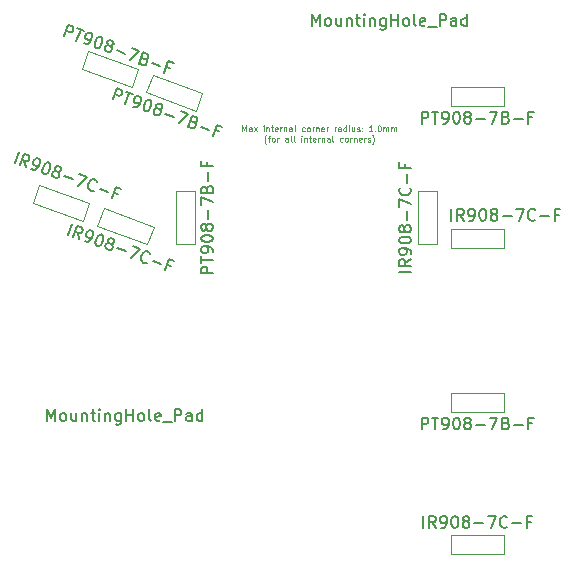
<source format=gbr>
%TF.GenerationSoftware,KiCad,Pcbnew,5.1.6-c6e7f7d~86~ubuntu18.04.1*%
%TF.CreationDate,2021-04-26T01:41:27-07:00*%
%TF.ProjectId,thumb_cluster_left,7468756d-625f-4636-9c75-737465725f6c,rev?*%
%TF.SameCoordinates,Original*%
%TF.FileFunction,Other,Fab,Top*%
%FSLAX46Y46*%
G04 Gerber Fmt 4.6, Leading zero omitted, Abs format (unit mm)*
G04 Created by KiCad (PCBNEW 5.1.6-c6e7f7d~86~ubuntu18.04.1) date 2021-04-26 01:41:27*
%MOMM*%
%LPD*%
G01*
G04 APERTURE LIST*
%ADD10C,0.125000*%
%ADD11C,0.100000*%
%ADD12C,0.150000*%
G04 APERTURE END LIST*
D10*
X151804540Y-71503220D02*
X151804540Y-71003220D01*
X151971207Y-71360363D01*
X152137873Y-71003220D01*
X152137873Y-71503220D01*
X152590254Y-71503220D02*
X152590254Y-71241315D01*
X152566445Y-71193696D01*
X152518826Y-71169887D01*
X152423588Y-71169887D01*
X152375969Y-71193696D01*
X152590254Y-71479410D02*
X152542635Y-71503220D01*
X152423588Y-71503220D01*
X152375969Y-71479410D01*
X152352159Y-71431791D01*
X152352159Y-71384172D01*
X152375969Y-71336553D01*
X152423588Y-71312744D01*
X152542635Y-71312744D01*
X152590254Y-71288934D01*
X152780730Y-71503220D02*
X153042635Y-71169887D01*
X152780730Y-71169887D02*
X153042635Y-71503220D01*
X153614064Y-71503220D02*
X153614064Y-71169887D01*
X153614064Y-71003220D02*
X153590254Y-71027030D01*
X153614064Y-71050839D01*
X153637873Y-71027030D01*
X153614064Y-71003220D01*
X153614064Y-71050839D01*
X153852159Y-71169887D02*
X153852159Y-71503220D01*
X153852159Y-71217506D02*
X153875969Y-71193696D01*
X153923588Y-71169887D01*
X153995016Y-71169887D01*
X154042635Y-71193696D01*
X154066445Y-71241315D01*
X154066445Y-71503220D01*
X154233111Y-71169887D02*
X154423588Y-71169887D01*
X154304540Y-71003220D02*
X154304540Y-71431791D01*
X154328350Y-71479410D01*
X154375969Y-71503220D01*
X154423588Y-71503220D01*
X154780730Y-71479410D02*
X154733111Y-71503220D01*
X154637873Y-71503220D01*
X154590254Y-71479410D01*
X154566445Y-71431791D01*
X154566445Y-71241315D01*
X154590254Y-71193696D01*
X154637873Y-71169887D01*
X154733111Y-71169887D01*
X154780730Y-71193696D01*
X154804540Y-71241315D01*
X154804540Y-71288934D01*
X154566445Y-71336553D01*
X155018826Y-71503220D02*
X155018826Y-71169887D01*
X155018826Y-71265125D02*
X155042635Y-71217506D01*
X155066445Y-71193696D01*
X155114064Y-71169887D01*
X155161683Y-71169887D01*
X155328350Y-71169887D02*
X155328350Y-71503220D01*
X155328350Y-71217506D02*
X155352159Y-71193696D01*
X155399778Y-71169887D01*
X155471207Y-71169887D01*
X155518826Y-71193696D01*
X155542635Y-71241315D01*
X155542635Y-71503220D01*
X155995016Y-71503220D02*
X155995016Y-71241315D01*
X155971207Y-71193696D01*
X155923588Y-71169887D01*
X155828350Y-71169887D01*
X155780730Y-71193696D01*
X155995016Y-71479410D02*
X155947397Y-71503220D01*
X155828350Y-71503220D01*
X155780730Y-71479410D01*
X155756921Y-71431791D01*
X155756921Y-71384172D01*
X155780730Y-71336553D01*
X155828350Y-71312744D01*
X155947397Y-71312744D01*
X155995016Y-71288934D01*
X156304540Y-71503220D02*
X156256921Y-71479410D01*
X156233111Y-71431791D01*
X156233111Y-71003220D01*
X157090254Y-71479410D02*
X157042635Y-71503220D01*
X156947397Y-71503220D01*
X156899778Y-71479410D01*
X156875969Y-71455601D01*
X156852159Y-71407982D01*
X156852159Y-71265125D01*
X156875969Y-71217506D01*
X156899778Y-71193696D01*
X156947397Y-71169887D01*
X157042635Y-71169887D01*
X157090254Y-71193696D01*
X157375969Y-71503220D02*
X157328350Y-71479410D01*
X157304540Y-71455601D01*
X157280730Y-71407982D01*
X157280730Y-71265125D01*
X157304540Y-71217506D01*
X157328350Y-71193696D01*
X157375969Y-71169887D01*
X157447397Y-71169887D01*
X157495016Y-71193696D01*
X157518826Y-71217506D01*
X157542635Y-71265125D01*
X157542635Y-71407982D01*
X157518826Y-71455601D01*
X157495016Y-71479410D01*
X157447397Y-71503220D01*
X157375969Y-71503220D01*
X157756921Y-71503220D02*
X157756921Y-71169887D01*
X157756921Y-71265125D02*
X157780730Y-71217506D01*
X157804540Y-71193696D01*
X157852159Y-71169887D01*
X157899778Y-71169887D01*
X158066445Y-71169887D02*
X158066445Y-71503220D01*
X158066445Y-71217506D02*
X158090254Y-71193696D01*
X158137873Y-71169887D01*
X158209302Y-71169887D01*
X158256921Y-71193696D01*
X158280730Y-71241315D01*
X158280730Y-71503220D01*
X158709302Y-71479410D02*
X158661683Y-71503220D01*
X158566445Y-71503220D01*
X158518826Y-71479410D01*
X158495016Y-71431791D01*
X158495016Y-71241315D01*
X158518826Y-71193696D01*
X158566445Y-71169887D01*
X158661683Y-71169887D01*
X158709302Y-71193696D01*
X158733111Y-71241315D01*
X158733111Y-71288934D01*
X158495016Y-71336553D01*
X158947397Y-71503220D02*
X158947397Y-71169887D01*
X158947397Y-71265125D02*
X158971207Y-71217506D01*
X158995016Y-71193696D01*
X159042635Y-71169887D01*
X159090254Y-71169887D01*
X159637873Y-71503220D02*
X159637873Y-71169887D01*
X159637873Y-71265125D02*
X159661683Y-71217506D01*
X159685492Y-71193696D01*
X159733111Y-71169887D01*
X159780730Y-71169887D01*
X160161683Y-71503220D02*
X160161683Y-71241315D01*
X160137873Y-71193696D01*
X160090254Y-71169887D01*
X159995016Y-71169887D01*
X159947397Y-71193696D01*
X160161683Y-71479410D02*
X160114064Y-71503220D01*
X159995016Y-71503220D01*
X159947397Y-71479410D01*
X159923588Y-71431791D01*
X159923588Y-71384172D01*
X159947397Y-71336553D01*
X159995016Y-71312744D01*
X160114064Y-71312744D01*
X160161683Y-71288934D01*
X160614064Y-71503220D02*
X160614064Y-71003220D01*
X160614064Y-71479410D02*
X160566445Y-71503220D01*
X160471207Y-71503220D01*
X160423588Y-71479410D01*
X160399778Y-71455601D01*
X160375969Y-71407982D01*
X160375969Y-71265125D01*
X160399778Y-71217506D01*
X160423588Y-71193696D01*
X160471207Y-71169887D01*
X160566445Y-71169887D01*
X160614064Y-71193696D01*
X160852159Y-71503220D02*
X160852159Y-71169887D01*
X160852159Y-71003220D02*
X160828350Y-71027030D01*
X160852159Y-71050839D01*
X160875969Y-71027030D01*
X160852159Y-71003220D01*
X160852159Y-71050839D01*
X161304540Y-71169887D02*
X161304540Y-71503220D01*
X161090254Y-71169887D02*
X161090254Y-71431791D01*
X161114064Y-71479410D01*
X161161683Y-71503220D01*
X161233111Y-71503220D01*
X161280730Y-71479410D01*
X161304540Y-71455601D01*
X161518826Y-71479410D02*
X161566445Y-71503220D01*
X161661683Y-71503220D01*
X161709302Y-71479410D01*
X161733111Y-71431791D01*
X161733111Y-71407982D01*
X161709302Y-71360363D01*
X161661683Y-71336553D01*
X161590254Y-71336553D01*
X161542635Y-71312744D01*
X161518826Y-71265125D01*
X161518826Y-71241315D01*
X161542635Y-71193696D01*
X161590254Y-71169887D01*
X161661683Y-71169887D01*
X161709302Y-71193696D01*
X161947397Y-71455601D02*
X161971207Y-71479410D01*
X161947397Y-71503220D01*
X161923588Y-71479410D01*
X161947397Y-71455601D01*
X161947397Y-71503220D01*
X161947397Y-71193696D02*
X161971207Y-71217506D01*
X161947397Y-71241315D01*
X161923588Y-71217506D01*
X161947397Y-71193696D01*
X161947397Y-71241315D01*
X162828350Y-71503220D02*
X162542635Y-71503220D01*
X162685492Y-71503220D02*
X162685492Y-71003220D01*
X162637873Y-71074649D01*
X162590254Y-71122268D01*
X162542635Y-71146077D01*
X163042635Y-71455601D02*
X163066445Y-71479410D01*
X163042635Y-71503220D01*
X163018826Y-71479410D01*
X163042635Y-71455601D01*
X163042635Y-71503220D01*
X163375969Y-71003220D02*
X163423588Y-71003220D01*
X163471207Y-71027030D01*
X163495016Y-71050839D01*
X163518826Y-71098458D01*
X163542635Y-71193696D01*
X163542635Y-71312744D01*
X163518826Y-71407982D01*
X163495016Y-71455601D01*
X163471207Y-71479410D01*
X163423588Y-71503220D01*
X163375969Y-71503220D01*
X163328350Y-71479410D01*
X163304540Y-71455601D01*
X163280730Y-71407982D01*
X163256921Y-71312744D01*
X163256921Y-71193696D01*
X163280730Y-71098458D01*
X163304540Y-71050839D01*
X163328350Y-71027030D01*
X163375969Y-71003220D01*
X163756921Y-71503220D02*
X163756921Y-71169887D01*
X163756921Y-71217506D02*
X163780730Y-71193696D01*
X163828350Y-71169887D01*
X163899778Y-71169887D01*
X163947397Y-71193696D01*
X163971207Y-71241315D01*
X163971207Y-71503220D01*
X163971207Y-71241315D02*
X163995016Y-71193696D01*
X164042635Y-71169887D01*
X164114064Y-71169887D01*
X164161683Y-71193696D01*
X164185492Y-71241315D01*
X164185492Y-71503220D01*
X164423588Y-71503220D02*
X164423588Y-71169887D01*
X164423588Y-71217506D02*
X164447397Y-71193696D01*
X164495016Y-71169887D01*
X164566445Y-71169887D01*
X164614064Y-71193696D01*
X164637873Y-71241315D01*
X164637873Y-71503220D01*
X164637873Y-71241315D02*
X164661683Y-71193696D01*
X164709302Y-71169887D01*
X164780730Y-71169887D01*
X164828350Y-71193696D01*
X164852159Y-71241315D01*
X164852159Y-71503220D01*
X153840254Y-72568696D02*
X153816445Y-72544887D01*
X153768826Y-72473458D01*
X153745016Y-72425839D01*
X153721207Y-72354410D01*
X153697397Y-72235363D01*
X153697397Y-72140125D01*
X153721207Y-72021077D01*
X153745016Y-71949649D01*
X153768826Y-71902030D01*
X153816445Y-71830601D01*
X153840254Y-71806791D01*
X153959302Y-72044887D02*
X154149778Y-72044887D01*
X154030730Y-72378220D02*
X154030730Y-71949649D01*
X154054540Y-71902030D01*
X154102159Y-71878220D01*
X154149778Y-71878220D01*
X154387873Y-72378220D02*
X154340254Y-72354410D01*
X154316445Y-72330601D01*
X154292635Y-72282982D01*
X154292635Y-72140125D01*
X154316445Y-72092506D01*
X154340254Y-72068696D01*
X154387873Y-72044887D01*
X154459302Y-72044887D01*
X154506921Y-72068696D01*
X154530730Y-72092506D01*
X154554540Y-72140125D01*
X154554540Y-72282982D01*
X154530730Y-72330601D01*
X154506921Y-72354410D01*
X154459302Y-72378220D01*
X154387873Y-72378220D01*
X154768826Y-72378220D02*
X154768826Y-72044887D01*
X154768826Y-72140125D02*
X154792635Y-72092506D01*
X154816445Y-72068696D01*
X154864064Y-72044887D01*
X154911683Y-72044887D01*
X155673588Y-72378220D02*
X155673588Y-72116315D01*
X155649778Y-72068696D01*
X155602159Y-72044887D01*
X155506921Y-72044887D01*
X155459302Y-72068696D01*
X155673588Y-72354410D02*
X155625969Y-72378220D01*
X155506921Y-72378220D01*
X155459302Y-72354410D01*
X155435492Y-72306791D01*
X155435492Y-72259172D01*
X155459302Y-72211553D01*
X155506921Y-72187744D01*
X155625969Y-72187744D01*
X155673588Y-72163934D01*
X155983111Y-72378220D02*
X155935492Y-72354410D01*
X155911683Y-72306791D01*
X155911683Y-71878220D01*
X156245016Y-72378220D02*
X156197397Y-72354410D01*
X156173588Y-72306791D01*
X156173588Y-71878220D01*
X156816445Y-72378220D02*
X156816445Y-72044887D01*
X156816445Y-71878220D02*
X156792635Y-71902030D01*
X156816445Y-71925839D01*
X156840254Y-71902030D01*
X156816445Y-71878220D01*
X156816445Y-71925839D01*
X157054540Y-72044887D02*
X157054540Y-72378220D01*
X157054540Y-72092506D02*
X157078350Y-72068696D01*
X157125969Y-72044887D01*
X157197397Y-72044887D01*
X157245016Y-72068696D01*
X157268826Y-72116315D01*
X157268826Y-72378220D01*
X157435492Y-72044887D02*
X157625969Y-72044887D01*
X157506921Y-71878220D02*
X157506921Y-72306791D01*
X157530730Y-72354410D01*
X157578350Y-72378220D01*
X157625969Y-72378220D01*
X157983111Y-72354410D02*
X157935492Y-72378220D01*
X157840254Y-72378220D01*
X157792635Y-72354410D01*
X157768826Y-72306791D01*
X157768826Y-72116315D01*
X157792635Y-72068696D01*
X157840254Y-72044887D01*
X157935492Y-72044887D01*
X157983111Y-72068696D01*
X158006921Y-72116315D01*
X158006921Y-72163934D01*
X157768826Y-72211553D01*
X158221207Y-72378220D02*
X158221207Y-72044887D01*
X158221207Y-72140125D02*
X158245016Y-72092506D01*
X158268826Y-72068696D01*
X158316445Y-72044887D01*
X158364064Y-72044887D01*
X158530730Y-72044887D02*
X158530730Y-72378220D01*
X158530730Y-72092506D02*
X158554540Y-72068696D01*
X158602159Y-72044887D01*
X158673588Y-72044887D01*
X158721207Y-72068696D01*
X158745016Y-72116315D01*
X158745016Y-72378220D01*
X159197397Y-72378220D02*
X159197397Y-72116315D01*
X159173588Y-72068696D01*
X159125969Y-72044887D01*
X159030730Y-72044887D01*
X158983111Y-72068696D01*
X159197397Y-72354410D02*
X159149778Y-72378220D01*
X159030730Y-72378220D01*
X158983111Y-72354410D01*
X158959302Y-72306791D01*
X158959302Y-72259172D01*
X158983111Y-72211553D01*
X159030730Y-72187744D01*
X159149778Y-72187744D01*
X159197397Y-72163934D01*
X159506921Y-72378220D02*
X159459302Y-72354410D01*
X159435492Y-72306791D01*
X159435492Y-71878220D01*
X160292635Y-72354410D02*
X160245016Y-72378220D01*
X160149778Y-72378220D01*
X160102159Y-72354410D01*
X160078350Y-72330601D01*
X160054540Y-72282982D01*
X160054540Y-72140125D01*
X160078350Y-72092506D01*
X160102159Y-72068696D01*
X160149778Y-72044887D01*
X160245016Y-72044887D01*
X160292635Y-72068696D01*
X160578350Y-72378220D02*
X160530730Y-72354410D01*
X160506921Y-72330601D01*
X160483111Y-72282982D01*
X160483111Y-72140125D01*
X160506921Y-72092506D01*
X160530730Y-72068696D01*
X160578350Y-72044887D01*
X160649778Y-72044887D01*
X160697397Y-72068696D01*
X160721207Y-72092506D01*
X160745016Y-72140125D01*
X160745016Y-72282982D01*
X160721207Y-72330601D01*
X160697397Y-72354410D01*
X160649778Y-72378220D01*
X160578350Y-72378220D01*
X160959302Y-72378220D02*
X160959302Y-72044887D01*
X160959302Y-72140125D02*
X160983111Y-72092506D01*
X161006921Y-72068696D01*
X161054540Y-72044887D01*
X161102159Y-72044887D01*
X161268826Y-72044887D02*
X161268826Y-72378220D01*
X161268826Y-72092506D02*
X161292635Y-72068696D01*
X161340254Y-72044887D01*
X161411683Y-72044887D01*
X161459302Y-72068696D01*
X161483111Y-72116315D01*
X161483111Y-72378220D01*
X161911683Y-72354410D02*
X161864064Y-72378220D01*
X161768826Y-72378220D01*
X161721207Y-72354410D01*
X161697397Y-72306791D01*
X161697397Y-72116315D01*
X161721207Y-72068696D01*
X161768826Y-72044887D01*
X161864064Y-72044887D01*
X161911683Y-72068696D01*
X161935492Y-72116315D01*
X161935492Y-72163934D01*
X161697397Y-72211553D01*
X162149778Y-72378220D02*
X162149778Y-72044887D01*
X162149778Y-72140125D02*
X162173588Y-72092506D01*
X162197397Y-72068696D01*
X162245016Y-72044887D01*
X162292635Y-72044887D01*
X162435492Y-72354410D02*
X162483111Y-72378220D01*
X162578350Y-72378220D01*
X162625969Y-72354410D01*
X162649778Y-72306791D01*
X162649778Y-72282982D01*
X162625969Y-72235363D01*
X162578350Y-72211553D01*
X162506921Y-72211553D01*
X162459302Y-72187744D01*
X162435492Y-72140125D01*
X162435492Y-72116315D01*
X162459302Y-72068696D01*
X162506921Y-72044887D01*
X162578350Y-72044887D01*
X162625969Y-72068696D01*
X162816445Y-72568696D02*
X162840254Y-72544887D01*
X162887873Y-72473458D01*
X162911683Y-72425839D01*
X162935492Y-72354410D01*
X162959302Y-72235363D01*
X162959302Y-72140125D01*
X162935492Y-72021077D01*
X162911683Y-71949649D01*
X162887873Y-71902030D01*
X162840254Y-71830601D01*
X162816445Y-71806791D01*
D11*
%TO.C,IR4*%
X139540187Y-79527487D02*
X143768804Y-81066578D01*
X140087419Y-78023979D02*
X139540187Y-79527487D01*
X144316036Y-79563070D02*
X140087419Y-78023979D01*
X143768804Y-81066578D02*
X144316036Y-79563070D01*
%TO.C,PT4*%
X148437380Y-68239775D02*
X144208763Y-66700684D01*
X147890148Y-69743283D02*
X148437380Y-68239775D01*
X143661531Y-68204192D02*
X147890148Y-69743283D01*
X144208763Y-66700684D02*
X143661531Y-68204192D01*
%TO.C,PT5*%
X142987161Y-66256057D02*
X138758544Y-64716966D01*
X142439929Y-67759565D02*
X142987161Y-66256057D01*
X138211312Y-66220474D02*
X142439929Y-67759565D01*
X138758544Y-64716966D02*
X138211312Y-66220474D01*
%TO.C,IR5*%
X134089970Y-77543772D02*
X138318587Y-79082863D01*
X134637202Y-76040264D02*
X134089970Y-77543772D01*
X138865819Y-77579355D02*
X134637202Y-76040264D01*
X138318587Y-79082863D02*
X138865819Y-77579355D01*
%TO.C,PT1*%
X173949999Y-93622918D02*
X169449999Y-93622918D01*
X173949999Y-95222918D02*
X173949999Y-93622918D01*
X169449999Y-95222918D02*
X173949999Y-95222918D01*
X169449999Y-93622918D02*
X169449999Y-95222918D01*
%TO.C,IR2*%
X169449999Y-81374999D02*
X173949999Y-81374999D01*
X169449999Y-79774999D02*
X169449999Y-81374999D01*
X173949999Y-79774999D02*
X169449999Y-79774999D01*
X173949999Y-81374999D02*
X173949999Y-79774999D01*
%TO.C,PT3*%
X146200000Y-76550000D02*
X146200000Y-81050000D01*
X147800000Y-76550000D02*
X146200000Y-76550000D01*
X147800000Y-81050000D02*
X147800000Y-76550000D01*
X146200000Y-81050000D02*
X147800000Y-81050000D01*
%TO.C,IR3*%
X168299999Y-81050000D02*
X168299999Y-76550000D01*
X166699999Y-81050000D02*
X168299999Y-81050000D01*
X166699999Y-76550000D02*
X166699999Y-81050000D01*
X168299999Y-76550000D02*
X166699999Y-76550000D01*
%TO.C,IR1*%
X169449999Y-107272918D02*
X173949999Y-107272918D01*
X169449999Y-105672918D02*
X169449999Y-107272918D01*
X173949999Y-105672918D02*
X169449999Y-105672918D01*
X173949999Y-107272918D02*
X173949999Y-105672918D01*
%TO.C,PT2*%
X173949998Y-67724999D02*
X169449998Y-67724999D01*
X173949998Y-69324999D02*
X173949998Y-67724999D01*
X169449998Y-69324999D02*
X173949998Y-69324999D01*
X169449998Y-67724999D02*
X169449998Y-69324999D01*
%TD*%
%TO.C,H2*%
D12*
X157697443Y-62564501D02*
X157697443Y-61564501D01*
X158030776Y-62278787D01*
X158364110Y-61564501D01*
X158364110Y-62564501D01*
X158983157Y-62564501D02*
X158887919Y-62516882D01*
X158840300Y-62469263D01*
X158792681Y-62374025D01*
X158792681Y-62088311D01*
X158840300Y-61993073D01*
X158887919Y-61945454D01*
X158983157Y-61897835D01*
X159126014Y-61897835D01*
X159221252Y-61945454D01*
X159268872Y-61993073D01*
X159316491Y-62088311D01*
X159316491Y-62374025D01*
X159268872Y-62469263D01*
X159221252Y-62516882D01*
X159126014Y-62564501D01*
X158983157Y-62564501D01*
X160173633Y-61897835D02*
X160173633Y-62564501D01*
X159745062Y-61897835D02*
X159745062Y-62421644D01*
X159792681Y-62516882D01*
X159887919Y-62564501D01*
X160030776Y-62564501D01*
X160126014Y-62516882D01*
X160173633Y-62469263D01*
X160649824Y-61897835D02*
X160649824Y-62564501D01*
X160649824Y-61993073D02*
X160697443Y-61945454D01*
X160792681Y-61897835D01*
X160935538Y-61897835D01*
X161030776Y-61945454D01*
X161078395Y-62040692D01*
X161078395Y-62564501D01*
X161411729Y-61897835D02*
X161792681Y-61897835D01*
X161554586Y-61564501D02*
X161554586Y-62421644D01*
X161602205Y-62516882D01*
X161697443Y-62564501D01*
X161792681Y-62564501D01*
X162126014Y-62564501D02*
X162126014Y-61897835D01*
X162126014Y-61564501D02*
X162078395Y-61612121D01*
X162126014Y-61659740D01*
X162173633Y-61612121D01*
X162126014Y-61564501D01*
X162126014Y-61659740D01*
X162602205Y-61897835D02*
X162602205Y-62564501D01*
X162602205Y-61993073D02*
X162649824Y-61945454D01*
X162745062Y-61897835D01*
X162887919Y-61897835D01*
X162983157Y-61945454D01*
X163030776Y-62040692D01*
X163030776Y-62564501D01*
X163935538Y-61897835D02*
X163935538Y-62707359D01*
X163887919Y-62802597D01*
X163840300Y-62850216D01*
X163745062Y-62897835D01*
X163602205Y-62897835D01*
X163506967Y-62850216D01*
X163935538Y-62516882D02*
X163840300Y-62564501D01*
X163649824Y-62564501D01*
X163554586Y-62516882D01*
X163506967Y-62469263D01*
X163459348Y-62374025D01*
X163459348Y-62088311D01*
X163506967Y-61993073D01*
X163554586Y-61945454D01*
X163649824Y-61897835D01*
X163840300Y-61897835D01*
X163935538Y-61945454D01*
X164411729Y-62564501D02*
X164411729Y-61564501D01*
X164411729Y-62040692D02*
X164983157Y-62040692D01*
X164983157Y-62564501D02*
X164983157Y-61564501D01*
X165602205Y-62564501D02*
X165506967Y-62516882D01*
X165459348Y-62469263D01*
X165411729Y-62374025D01*
X165411729Y-62088311D01*
X165459348Y-61993073D01*
X165506967Y-61945454D01*
X165602205Y-61897835D01*
X165745062Y-61897835D01*
X165840300Y-61945454D01*
X165887919Y-61993073D01*
X165935538Y-62088311D01*
X165935538Y-62374025D01*
X165887919Y-62469263D01*
X165840300Y-62516882D01*
X165745062Y-62564501D01*
X165602205Y-62564501D01*
X166506967Y-62564501D02*
X166411729Y-62516882D01*
X166364110Y-62421644D01*
X166364110Y-61564501D01*
X167268872Y-62516882D02*
X167173633Y-62564501D01*
X166983157Y-62564501D01*
X166887919Y-62516882D01*
X166840300Y-62421644D01*
X166840300Y-62040692D01*
X166887919Y-61945454D01*
X166983157Y-61897835D01*
X167173633Y-61897835D01*
X167268872Y-61945454D01*
X167316491Y-62040692D01*
X167316491Y-62135930D01*
X166840300Y-62231168D01*
X167506967Y-62659740D02*
X168268872Y-62659740D01*
X168506967Y-62564501D02*
X168506967Y-61564501D01*
X168887919Y-61564501D01*
X168983157Y-61612121D01*
X169030776Y-61659740D01*
X169078395Y-61754978D01*
X169078395Y-61897835D01*
X169030776Y-61993073D01*
X168983157Y-62040692D01*
X168887919Y-62088311D01*
X168506967Y-62088311D01*
X169935538Y-62564501D02*
X169935538Y-62040692D01*
X169887919Y-61945454D01*
X169792681Y-61897835D01*
X169602205Y-61897835D01*
X169506967Y-61945454D01*
X169935538Y-62516882D02*
X169840300Y-62564501D01*
X169602205Y-62564501D01*
X169506967Y-62516882D01*
X169459348Y-62421644D01*
X169459348Y-62326406D01*
X169506967Y-62231168D01*
X169602205Y-62183549D01*
X169840300Y-62183549D01*
X169935538Y-62135930D01*
X170840300Y-62564501D02*
X170840300Y-61564501D01*
X170840300Y-62516882D02*
X170745062Y-62564501D01*
X170554586Y-62564501D01*
X170459348Y-62516882D01*
X170411729Y-62469263D01*
X170364110Y-62374025D01*
X170364110Y-62088311D01*
X170411729Y-61993073D01*
X170459348Y-61945454D01*
X170554586Y-61897835D01*
X170745062Y-61897835D01*
X170840300Y-61945454D01*
%TO.C,H1*%
X135273726Y-96018458D02*
X135273726Y-95018458D01*
X135607059Y-95732744D01*
X135940393Y-95018458D01*
X135940393Y-96018458D01*
X136559440Y-96018458D02*
X136464202Y-95970839D01*
X136416583Y-95923220D01*
X136368964Y-95827982D01*
X136368964Y-95542268D01*
X136416583Y-95447030D01*
X136464202Y-95399411D01*
X136559440Y-95351792D01*
X136702297Y-95351792D01*
X136797535Y-95399411D01*
X136845155Y-95447030D01*
X136892774Y-95542268D01*
X136892774Y-95827982D01*
X136845155Y-95923220D01*
X136797535Y-95970839D01*
X136702297Y-96018458D01*
X136559440Y-96018458D01*
X137749916Y-95351792D02*
X137749916Y-96018458D01*
X137321345Y-95351792D02*
X137321345Y-95875601D01*
X137368964Y-95970839D01*
X137464202Y-96018458D01*
X137607059Y-96018458D01*
X137702297Y-95970839D01*
X137749916Y-95923220D01*
X138226107Y-95351792D02*
X138226107Y-96018458D01*
X138226107Y-95447030D02*
X138273726Y-95399411D01*
X138368964Y-95351792D01*
X138511821Y-95351792D01*
X138607059Y-95399411D01*
X138654678Y-95494649D01*
X138654678Y-96018458D01*
X138988012Y-95351792D02*
X139368964Y-95351792D01*
X139130869Y-95018458D02*
X139130869Y-95875601D01*
X139178488Y-95970839D01*
X139273726Y-96018458D01*
X139368964Y-96018458D01*
X139702297Y-96018458D02*
X139702297Y-95351792D01*
X139702297Y-95018458D02*
X139654678Y-95066078D01*
X139702297Y-95113697D01*
X139749916Y-95066078D01*
X139702297Y-95018458D01*
X139702297Y-95113697D01*
X140178488Y-95351792D02*
X140178488Y-96018458D01*
X140178488Y-95447030D02*
X140226107Y-95399411D01*
X140321345Y-95351792D01*
X140464202Y-95351792D01*
X140559440Y-95399411D01*
X140607059Y-95494649D01*
X140607059Y-96018458D01*
X141511821Y-95351792D02*
X141511821Y-96161316D01*
X141464202Y-96256554D01*
X141416583Y-96304173D01*
X141321345Y-96351792D01*
X141178488Y-96351792D01*
X141083250Y-96304173D01*
X141511821Y-95970839D02*
X141416583Y-96018458D01*
X141226107Y-96018458D01*
X141130869Y-95970839D01*
X141083250Y-95923220D01*
X141035631Y-95827982D01*
X141035631Y-95542268D01*
X141083250Y-95447030D01*
X141130869Y-95399411D01*
X141226107Y-95351792D01*
X141416583Y-95351792D01*
X141511821Y-95399411D01*
X141988012Y-96018458D02*
X141988012Y-95018458D01*
X141988012Y-95494649D02*
X142559440Y-95494649D01*
X142559440Y-96018458D02*
X142559440Y-95018458D01*
X143178488Y-96018458D02*
X143083250Y-95970839D01*
X143035631Y-95923220D01*
X142988012Y-95827982D01*
X142988012Y-95542268D01*
X143035631Y-95447030D01*
X143083250Y-95399411D01*
X143178488Y-95351792D01*
X143321345Y-95351792D01*
X143416583Y-95399411D01*
X143464202Y-95447030D01*
X143511821Y-95542268D01*
X143511821Y-95827982D01*
X143464202Y-95923220D01*
X143416583Y-95970839D01*
X143321345Y-96018458D01*
X143178488Y-96018458D01*
X144083250Y-96018458D02*
X143988012Y-95970839D01*
X143940393Y-95875601D01*
X143940393Y-95018458D01*
X144845155Y-95970839D02*
X144749916Y-96018458D01*
X144559440Y-96018458D01*
X144464202Y-95970839D01*
X144416583Y-95875601D01*
X144416583Y-95494649D01*
X144464202Y-95399411D01*
X144559440Y-95351792D01*
X144749916Y-95351792D01*
X144845155Y-95399411D01*
X144892774Y-95494649D01*
X144892774Y-95589887D01*
X144416583Y-95685125D01*
X145083250Y-96113697D02*
X145845155Y-96113697D01*
X146083250Y-96018458D02*
X146083250Y-95018458D01*
X146464202Y-95018458D01*
X146559440Y-95066078D01*
X146607059Y-95113697D01*
X146654678Y-95208935D01*
X146654678Y-95351792D01*
X146607059Y-95447030D01*
X146559440Y-95494649D01*
X146464202Y-95542268D01*
X146083250Y-95542268D01*
X147511821Y-96018458D02*
X147511821Y-95494649D01*
X147464202Y-95399411D01*
X147368964Y-95351792D01*
X147178488Y-95351792D01*
X147083250Y-95399411D01*
X147511821Y-95970839D02*
X147416583Y-96018458D01*
X147178488Y-96018458D01*
X147083250Y-95970839D01*
X147035631Y-95875601D01*
X147035631Y-95780363D01*
X147083250Y-95685125D01*
X147178488Y-95637506D01*
X147416583Y-95637506D01*
X147511821Y-95589887D01*
X148416583Y-96018458D02*
X148416583Y-95018458D01*
X148416583Y-95970839D02*
X148321345Y-96018458D01*
X148130869Y-96018458D01*
X148035631Y-95970839D01*
X147988012Y-95923220D01*
X147940393Y-95827982D01*
X147940393Y-95542268D01*
X147988012Y-95447030D01*
X148035631Y-95399411D01*
X148130869Y-95351792D01*
X148321345Y-95351792D01*
X148416583Y-95399411D01*
%TO.C,IR4*%
X137027887Y-80276108D02*
X137369908Y-79336415D01*
X138012327Y-80634415D02*
X137861963Y-80072935D01*
X137475360Y-80438975D02*
X137817380Y-79499282D01*
X138175358Y-79629575D01*
X138248566Y-79706896D01*
X138277027Y-79767930D01*
X138289201Y-79873711D01*
X138240341Y-80007953D01*
X138163020Y-80081161D01*
X138101986Y-80109621D01*
X137996205Y-80121795D01*
X137638227Y-79991502D01*
X138459800Y-80797281D02*
X138638789Y-80862428D01*
X138744570Y-80850254D01*
X138805604Y-80821794D01*
X138943959Y-80720125D01*
X139053853Y-80557423D01*
X139184146Y-80199445D01*
X139171972Y-80093663D01*
X139143512Y-80032629D01*
X139070304Y-79955309D01*
X138891315Y-79890162D01*
X138785533Y-79902336D01*
X138724500Y-79930797D01*
X138647179Y-80004005D01*
X138565746Y-80227741D01*
X138577919Y-80333522D01*
X138606380Y-80394556D01*
X138679588Y-80471877D01*
X138858577Y-80537023D01*
X138964358Y-80524849D01*
X139025392Y-80496389D01*
X139102713Y-80423181D01*
X139831007Y-80232182D02*
X139920502Y-80264756D01*
X139993710Y-80342076D01*
X140022170Y-80403110D01*
X140034344Y-80508891D01*
X140013945Y-80704167D01*
X139932511Y-80927904D01*
X139822617Y-81090606D01*
X139745297Y-81163814D01*
X139684263Y-81192274D01*
X139578482Y-81204448D01*
X139488987Y-81171875D01*
X139415779Y-81094554D01*
X139387319Y-81033520D01*
X139375145Y-80927739D01*
X139395544Y-80732463D01*
X139476978Y-80508727D01*
X139586872Y-80346025D01*
X139664192Y-80272817D01*
X139725226Y-80244356D01*
X139831007Y-80232182D01*
X140534625Y-80944355D02*
X140461417Y-80867034D01*
X140432957Y-80806000D01*
X140420783Y-80700219D01*
X140437070Y-80655471D01*
X140514390Y-80582264D01*
X140575424Y-80553803D01*
X140681205Y-80541629D01*
X140860194Y-80606776D01*
X140933402Y-80684096D01*
X140961863Y-80745130D01*
X140974037Y-80850912D01*
X140957750Y-80895659D01*
X140880430Y-80968867D01*
X140819396Y-80997327D01*
X140713614Y-81009501D01*
X140534625Y-80944355D01*
X140428844Y-80956528D01*
X140367810Y-80984989D01*
X140290490Y-81058197D01*
X140225343Y-81237186D01*
X140237517Y-81342967D01*
X140265977Y-81404001D01*
X140339185Y-81481322D01*
X140518174Y-81546468D01*
X140623955Y-81534294D01*
X140684989Y-81505834D01*
X140762310Y-81432626D01*
X140827457Y-81253637D01*
X140815283Y-81147856D01*
X140786822Y-81086822D01*
X140713614Y-81009501D01*
X141230182Y-81400217D02*
X141946138Y-81660804D01*
X142515843Y-81209383D02*
X143142305Y-81437396D01*
X142397560Y-82230509D01*
X143727804Y-82613328D02*
X143666770Y-82641788D01*
X143516241Y-82637676D01*
X143426747Y-82605102D01*
X143308792Y-82511495D01*
X143251870Y-82389427D01*
X143239696Y-82283646D01*
X143260096Y-82088370D01*
X143308956Y-81954128D01*
X143418850Y-81791426D01*
X143496170Y-81718218D01*
X143618238Y-81661297D01*
X143768767Y-81665410D01*
X143858261Y-81697983D01*
X143976216Y-81791590D01*
X144004677Y-81852624D01*
X144228249Y-82491424D02*
X144944205Y-82752011D01*
X145753769Y-82894643D02*
X145440538Y-82780636D01*
X145261385Y-83272856D02*
X145603405Y-82333163D01*
X146050877Y-82496030D01*
%TO.C,PT4*%
X140828595Y-68782530D02*
X141170615Y-67842837D01*
X141528593Y-67973131D01*
X141601801Y-68050451D01*
X141630261Y-68111485D01*
X141642435Y-68217266D01*
X141593575Y-68351508D01*
X141516255Y-68424716D01*
X141455221Y-68453177D01*
X141349439Y-68465351D01*
X140991461Y-68335057D01*
X141976066Y-68135997D02*
X142513033Y-68331437D01*
X141902529Y-69173410D02*
X142244549Y-68233717D01*
X142528991Y-69401423D02*
X142707980Y-69466570D01*
X142813761Y-69454396D01*
X142874795Y-69425936D01*
X143013150Y-69324267D01*
X143123044Y-69161565D01*
X143253337Y-68803587D01*
X143241163Y-68697805D01*
X143212702Y-68636771D01*
X143139495Y-68559451D01*
X142960505Y-68494304D01*
X142854724Y-68506478D01*
X142793690Y-68534939D01*
X142716370Y-68608147D01*
X142634936Y-68831883D01*
X142647110Y-68937664D01*
X142675571Y-68998698D01*
X142748779Y-69076019D01*
X142927768Y-69141165D01*
X143033549Y-69128991D01*
X143094583Y-69100531D01*
X143171904Y-69027323D01*
X143900198Y-68836324D02*
X143989693Y-68868898D01*
X144062900Y-68946218D01*
X144091361Y-69007252D01*
X144103535Y-69113033D01*
X144083136Y-69308309D01*
X144001702Y-69532046D01*
X143891808Y-69694748D01*
X143814488Y-69767956D01*
X143753454Y-69796416D01*
X143647672Y-69808590D01*
X143558178Y-69776017D01*
X143484970Y-69698696D01*
X143456509Y-69637662D01*
X143444336Y-69531881D01*
X143464735Y-69336605D01*
X143546168Y-69112869D01*
X143656062Y-68950167D01*
X143733383Y-68876959D01*
X143794417Y-68848498D01*
X143900198Y-68836324D01*
X144603816Y-69548497D02*
X144530608Y-69471176D01*
X144502148Y-69410142D01*
X144489974Y-69304361D01*
X144506260Y-69259614D01*
X144583581Y-69186406D01*
X144644615Y-69157945D01*
X144750396Y-69145771D01*
X144929385Y-69210918D01*
X145002593Y-69288238D01*
X145031054Y-69349272D01*
X145043228Y-69455054D01*
X145026941Y-69499801D01*
X144949620Y-69573009D01*
X144888586Y-69601469D01*
X144782805Y-69613643D01*
X144603816Y-69548497D01*
X144498035Y-69560670D01*
X144437001Y-69589131D01*
X144359680Y-69662339D01*
X144294534Y-69841328D01*
X144306708Y-69947109D01*
X144335168Y-70008143D01*
X144408376Y-70085464D01*
X144587365Y-70150610D01*
X144693146Y-70138437D01*
X144754180Y-70109976D01*
X144831501Y-70036768D01*
X144896648Y-69857779D01*
X144884474Y-69751998D01*
X144856013Y-69690964D01*
X144782805Y-69613643D01*
X145299373Y-70004359D02*
X146015329Y-70264946D01*
X146585034Y-69813525D02*
X147211496Y-70041538D01*
X146466750Y-70834651D01*
X147719838Y-70733311D02*
X147837793Y-70826918D01*
X147866254Y-70887952D01*
X147878428Y-70993733D01*
X147829568Y-71127975D01*
X147752247Y-71201183D01*
X147691213Y-71229644D01*
X147585432Y-71241818D01*
X147227454Y-71111524D01*
X147569474Y-70171832D01*
X147882705Y-70285838D01*
X147955913Y-70363159D01*
X147984373Y-70424193D01*
X147996547Y-70529974D01*
X147963974Y-70619469D01*
X147886653Y-70692676D01*
X147825619Y-70721137D01*
X147719838Y-70733311D01*
X147406607Y-70619304D01*
X148297440Y-71095566D02*
X149013396Y-71356153D01*
X149822960Y-71498785D02*
X149509729Y-71384778D01*
X149330575Y-71876998D02*
X149672596Y-70937305D01*
X150120068Y-71100172D01*
%TO.C,PT5*%
X136693646Y-63427249D02*
X137035666Y-62487556D01*
X137393644Y-62617850D01*
X137466852Y-62695170D01*
X137495312Y-62756204D01*
X137507486Y-62861985D01*
X137458626Y-62996227D01*
X137381306Y-63069435D01*
X137320272Y-63097896D01*
X137214490Y-63110070D01*
X136856512Y-62979776D01*
X137841117Y-62780716D02*
X138378084Y-62976156D01*
X137767580Y-63818129D02*
X138109600Y-62878436D01*
X138394042Y-64046142D02*
X138573031Y-64111289D01*
X138678812Y-64099115D01*
X138739846Y-64070655D01*
X138878201Y-63968986D01*
X138988095Y-63806284D01*
X139118388Y-63448306D01*
X139106214Y-63342524D01*
X139077753Y-63281490D01*
X139004546Y-63204170D01*
X138825556Y-63139023D01*
X138719775Y-63151197D01*
X138658741Y-63179658D01*
X138581421Y-63252866D01*
X138499987Y-63476602D01*
X138512161Y-63582383D01*
X138540622Y-63643417D01*
X138613830Y-63720738D01*
X138792819Y-63785884D01*
X138898600Y-63773710D01*
X138959634Y-63745250D01*
X139036955Y-63672042D01*
X139765249Y-63481043D02*
X139854744Y-63513617D01*
X139927951Y-63590937D01*
X139956412Y-63651971D01*
X139968586Y-63757752D01*
X139948187Y-63953028D01*
X139866753Y-64176765D01*
X139756859Y-64339467D01*
X139679539Y-64412675D01*
X139618505Y-64441135D01*
X139512723Y-64453309D01*
X139423229Y-64420736D01*
X139350021Y-64343415D01*
X139321560Y-64282381D01*
X139309387Y-64176600D01*
X139329786Y-63981324D01*
X139411219Y-63757588D01*
X139521113Y-63594886D01*
X139598434Y-63521678D01*
X139659468Y-63493217D01*
X139765249Y-63481043D01*
X140468867Y-64193216D02*
X140395659Y-64115895D01*
X140367199Y-64054861D01*
X140355025Y-63949080D01*
X140371311Y-63904333D01*
X140448632Y-63831125D01*
X140509666Y-63802664D01*
X140615447Y-63790490D01*
X140794436Y-63855637D01*
X140867644Y-63932957D01*
X140896105Y-63993991D01*
X140908279Y-64099773D01*
X140891992Y-64144520D01*
X140814671Y-64217728D01*
X140753637Y-64246188D01*
X140647856Y-64258362D01*
X140468867Y-64193216D01*
X140363086Y-64205389D01*
X140302052Y-64233850D01*
X140224731Y-64307058D01*
X140159585Y-64486047D01*
X140171759Y-64591828D01*
X140200219Y-64652862D01*
X140273427Y-64730183D01*
X140452416Y-64795329D01*
X140558197Y-64783156D01*
X140619231Y-64754695D01*
X140696552Y-64681487D01*
X140761699Y-64502498D01*
X140749525Y-64396717D01*
X140721064Y-64335683D01*
X140647856Y-64258362D01*
X141164424Y-64649078D02*
X141880380Y-64909665D01*
X142450085Y-64458244D02*
X143076547Y-64686257D01*
X142331801Y-65479370D01*
X143584889Y-65378030D02*
X143702844Y-65471637D01*
X143731305Y-65532671D01*
X143743479Y-65638452D01*
X143694619Y-65772694D01*
X143617298Y-65845902D01*
X143556264Y-65874363D01*
X143450483Y-65886537D01*
X143092505Y-65756243D01*
X143434525Y-64816551D01*
X143747756Y-64930557D01*
X143820964Y-65007878D01*
X143849424Y-65068912D01*
X143861598Y-65174693D01*
X143829025Y-65264188D01*
X143751704Y-65337395D01*
X143690670Y-65365856D01*
X143584889Y-65378030D01*
X143271658Y-65264023D01*
X144162491Y-65740285D02*
X144878447Y-66000872D01*
X145688011Y-66143504D02*
X145374780Y-66029497D01*
X145195626Y-66521717D02*
X145537647Y-65582024D01*
X145985119Y-65744891D01*
%TO.C,IR5*%
X132527887Y-74176108D02*
X132869908Y-73236415D01*
X133512327Y-74534415D02*
X133361963Y-73972935D01*
X132975360Y-74338975D02*
X133317380Y-73399282D01*
X133675358Y-73529575D01*
X133748566Y-73606896D01*
X133777027Y-73667930D01*
X133789201Y-73773711D01*
X133740341Y-73907953D01*
X133663020Y-73981161D01*
X133601986Y-74009621D01*
X133496205Y-74021795D01*
X133138227Y-73891502D01*
X133959800Y-74697281D02*
X134138789Y-74762428D01*
X134244570Y-74750254D01*
X134305604Y-74721794D01*
X134443959Y-74620125D01*
X134553853Y-74457423D01*
X134684146Y-74099445D01*
X134671972Y-73993663D01*
X134643512Y-73932629D01*
X134570304Y-73855309D01*
X134391315Y-73790162D01*
X134285533Y-73802336D01*
X134224500Y-73830797D01*
X134147179Y-73904005D01*
X134065746Y-74127741D01*
X134077919Y-74233522D01*
X134106380Y-74294556D01*
X134179588Y-74371877D01*
X134358577Y-74437023D01*
X134464358Y-74424849D01*
X134525392Y-74396389D01*
X134602713Y-74323181D01*
X135331007Y-74132182D02*
X135420502Y-74164756D01*
X135493710Y-74242076D01*
X135522170Y-74303110D01*
X135534344Y-74408891D01*
X135513945Y-74604167D01*
X135432511Y-74827904D01*
X135322617Y-74990606D01*
X135245297Y-75063814D01*
X135184263Y-75092274D01*
X135078482Y-75104448D01*
X134988987Y-75071875D01*
X134915779Y-74994554D01*
X134887319Y-74933520D01*
X134875145Y-74827739D01*
X134895544Y-74632463D01*
X134976978Y-74408727D01*
X135086872Y-74246025D01*
X135164192Y-74172817D01*
X135225226Y-74144356D01*
X135331007Y-74132182D01*
X136034625Y-74844355D02*
X135961417Y-74767034D01*
X135932957Y-74706000D01*
X135920783Y-74600219D01*
X135937070Y-74555471D01*
X136014390Y-74482264D01*
X136075424Y-74453803D01*
X136181205Y-74441629D01*
X136360194Y-74506776D01*
X136433402Y-74584096D01*
X136461863Y-74645130D01*
X136474037Y-74750912D01*
X136457750Y-74795659D01*
X136380430Y-74868867D01*
X136319396Y-74897327D01*
X136213614Y-74909501D01*
X136034625Y-74844355D01*
X135928844Y-74856528D01*
X135867810Y-74884989D01*
X135790490Y-74958197D01*
X135725343Y-75137186D01*
X135737517Y-75242967D01*
X135765977Y-75304001D01*
X135839185Y-75381322D01*
X136018174Y-75446468D01*
X136123955Y-75434294D01*
X136184989Y-75405834D01*
X136262310Y-75332626D01*
X136327457Y-75153637D01*
X136315283Y-75047856D01*
X136286822Y-74986822D01*
X136213614Y-74909501D01*
X136730182Y-75300217D02*
X137446138Y-75560804D01*
X138015843Y-75109383D02*
X138642305Y-75337396D01*
X137897560Y-76130509D01*
X139227804Y-76513328D02*
X139166770Y-76541788D01*
X139016241Y-76537676D01*
X138926747Y-76505102D01*
X138808792Y-76411495D01*
X138751870Y-76289427D01*
X138739696Y-76183646D01*
X138760096Y-75988370D01*
X138808956Y-75854128D01*
X138918850Y-75691426D01*
X138996170Y-75618218D01*
X139118238Y-75561297D01*
X139268767Y-75565410D01*
X139358261Y-75597983D01*
X139476216Y-75691590D01*
X139504677Y-75752624D01*
X139728249Y-76391424D02*
X140444205Y-76652011D01*
X141253769Y-76794643D02*
X140940538Y-76680636D01*
X140761385Y-77172856D02*
X141103405Y-76233163D01*
X141550877Y-76396030D01*
%TO.C,PT1*%
X166985713Y-96735298D02*
X166985713Y-95735298D01*
X167366665Y-95735298D01*
X167461903Y-95782918D01*
X167509522Y-95830537D01*
X167557141Y-95925775D01*
X167557141Y-96068632D01*
X167509522Y-96163870D01*
X167461903Y-96211489D01*
X167366665Y-96259108D01*
X166985713Y-96259108D01*
X167842856Y-95735298D02*
X168414284Y-95735298D01*
X168128570Y-96735298D02*
X168128570Y-95735298D01*
X168795237Y-96735298D02*
X168985713Y-96735298D01*
X169080951Y-96687679D01*
X169128570Y-96640060D01*
X169223808Y-96497203D01*
X169271427Y-96306727D01*
X169271427Y-95925775D01*
X169223808Y-95830537D01*
X169176189Y-95782918D01*
X169080951Y-95735298D01*
X168890475Y-95735298D01*
X168795237Y-95782918D01*
X168747618Y-95830537D01*
X168699999Y-95925775D01*
X168699999Y-96163870D01*
X168747618Y-96259108D01*
X168795237Y-96306727D01*
X168890475Y-96354346D01*
X169080951Y-96354346D01*
X169176189Y-96306727D01*
X169223808Y-96259108D01*
X169271427Y-96163870D01*
X169890475Y-95735298D02*
X169985713Y-95735298D01*
X170080951Y-95782918D01*
X170128570Y-95830537D01*
X170176189Y-95925775D01*
X170223808Y-96116251D01*
X170223808Y-96354346D01*
X170176189Y-96544822D01*
X170128570Y-96640060D01*
X170080951Y-96687679D01*
X169985713Y-96735298D01*
X169890475Y-96735298D01*
X169795237Y-96687679D01*
X169747618Y-96640060D01*
X169699999Y-96544822D01*
X169652379Y-96354346D01*
X169652379Y-96116251D01*
X169699999Y-95925775D01*
X169747618Y-95830537D01*
X169795237Y-95782918D01*
X169890475Y-95735298D01*
X170795237Y-96163870D02*
X170699999Y-96116251D01*
X170652379Y-96068632D01*
X170604760Y-95973394D01*
X170604760Y-95925775D01*
X170652379Y-95830537D01*
X170699999Y-95782918D01*
X170795237Y-95735298D01*
X170985713Y-95735298D01*
X171080951Y-95782918D01*
X171128570Y-95830537D01*
X171176189Y-95925775D01*
X171176189Y-95973394D01*
X171128570Y-96068632D01*
X171080951Y-96116251D01*
X170985713Y-96163870D01*
X170795237Y-96163870D01*
X170699999Y-96211489D01*
X170652379Y-96259108D01*
X170604760Y-96354346D01*
X170604760Y-96544822D01*
X170652379Y-96640060D01*
X170699999Y-96687679D01*
X170795237Y-96735298D01*
X170985713Y-96735298D01*
X171080951Y-96687679D01*
X171128570Y-96640060D01*
X171176189Y-96544822D01*
X171176189Y-96354346D01*
X171128570Y-96259108D01*
X171080951Y-96211489D01*
X170985713Y-96163870D01*
X171604760Y-96354346D02*
X172366665Y-96354346D01*
X172747618Y-95735298D02*
X173414284Y-95735298D01*
X172985713Y-96735298D01*
X174128570Y-96211489D02*
X174271427Y-96259108D01*
X174319046Y-96306727D01*
X174366665Y-96401965D01*
X174366665Y-96544822D01*
X174319046Y-96640060D01*
X174271427Y-96687679D01*
X174176189Y-96735298D01*
X173795237Y-96735298D01*
X173795237Y-95735298D01*
X174128570Y-95735298D01*
X174223808Y-95782918D01*
X174271427Y-95830537D01*
X174319046Y-95925775D01*
X174319046Y-96021013D01*
X174271427Y-96116251D01*
X174223808Y-96163870D01*
X174128570Y-96211489D01*
X173795237Y-96211489D01*
X174795237Y-96354346D02*
X175557141Y-96354346D01*
X176366665Y-96211489D02*
X176033332Y-96211489D01*
X176033332Y-96735298D02*
X176033332Y-95735298D01*
X176509522Y-95735298D01*
%TO.C,IR2*%
X169506920Y-79066910D02*
X169506920Y-78066910D01*
X170554539Y-79066910D02*
X170221206Y-78590720D01*
X169983110Y-79066910D02*
X169983110Y-78066910D01*
X170364063Y-78066910D01*
X170459301Y-78114530D01*
X170506920Y-78162149D01*
X170554539Y-78257387D01*
X170554539Y-78400244D01*
X170506920Y-78495482D01*
X170459301Y-78543101D01*
X170364063Y-78590720D01*
X169983110Y-78590720D01*
X171030729Y-79066910D02*
X171221206Y-79066910D01*
X171316444Y-79019291D01*
X171364063Y-78971672D01*
X171459301Y-78828815D01*
X171506920Y-78638339D01*
X171506920Y-78257387D01*
X171459301Y-78162149D01*
X171411682Y-78114530D01*
X171316444Y-78066910D01*
X171125968Y-78066910D01*
X171030729Y-78114530D01*
X170983110Y-78162149D01*
X170935491Y-78257387D01*
X170935491Y-78495482D01*
X170983110Y-78590720D01*
X171030729Y-78638339D01*
X171125968Y-78685958D01*
X171316444Y-78685958D01*
X171411682Y-78638339D01*
X171459301Y-78590720D01*
X171506920Y-78495482D01*
X172125968Y-78066910D02*
X172221206Y-78066910D01*
X172316444Y-78114530D01*
X172364063Y-78162149D01*
X172411682Y-78257387D01*
X172459301Y-78447863D01*
X172459301Y-78685958D01*
X172411682Y-78876434D01*
X172364063Y-78971672D01*
X172316444Y-79019291D01*
X172221206Y-79066910D01*
X172125968Y-79066910D01*
X172030729Y-79019291D01*
X171983110Y-78971672D01*
X171935491Y-78876434D01*
X171887872Y-78685958D01*
X171887872Y-78447863D01*
X171935491Y-78257387D01*
X171983110Y-78162149D01*
X172030729Y-78114530D01*
X172125968Y-78066910D01*
X173030729Y-78495482D02*
X172935491Y-78447863D01*
X172887872Y-78400244D01*
X172840253Y-78305006D01*
X172840253Y-78257387D01*
X172887872Y-78162149D01*
X172935491Y-78114530D01*
X173030729Y-78066910D01*
X173221206Y-78066910D01*
X173316444Y-78114530D01*
X173364063Y-78162149D01*
X173411682Y-78257387D01*
X173411682Y-78305006D01*
X173364063Y-78400244D01*
X173316444Y-78447863D01*
X173221206Y-78495482D01*
X173030729Y-78495482D01*
X172935491Y-78543101D01*
X172887872Y-78590720D01*
X172840253Y-78685958D01*
X172840253Y-78876434D01*
X172887872Y-78971672D01*
X172935491Y-79019291D01*
X173030729Y-79066910D01*
X173221206Y-79066910D01*
X173316444Y-79019291D01*
X173364063Y-78971672D01*
X173411682Y-78876434D01*
X173411682Y-78685958D01*
X173364063Y-78590720D01*
X173316444Y-78543101D01*
X173221206Y-78495482D01*
X173840253Y-78685958D02*
X174602158Y-78685958D01*
X174983110Y-78066910D02*
X175649777Y-78066910D01*
X175221206Y-79066910D01*
X176602158Y-78971672D02*
X176554539Y-79019291D01*
X176411682Y-79066910D01*
X176316444Y-79066910D01*
X176173587Y-79019291D01*
X176078349Y-78924053D01*
X176030729Y-78828815D01*
X175983110Y-78638339D01*
X175983110Y-78495482D01*
X176030729Y-78305006D01*
X176078349Y-78209768D01*
X176173587Y-78114530D01*
X176316444Y-78066910D01*
X176411682Y-78066910D01*
X176554539Y-78114530D01*
X176602158Y-78162149D01*
X177030729Y-78685958D02*
X177792634Y-78685958D01*
X178602158Y-78543101D02*
X178268825Y-78543101D01*
X178268825Y-79066910D02*
X178268825Y-78066910D01*
X178745015Y-78066910D01*
%TO.C,PT3*%
X149312380Y-83514285D02*
X148312380Y-83514285D01*
X148312380Y-83133333D01*
X148360000Y-83038095D01*
X148407619Y-82990476D01*
X148502857Y-82942857D01*
X148645714Y-82942857D01*
X148740952Y-82990476D01*
X148788571Y-83038095D01*
X148836190Y-83133333D01*
X148836190Y-83514285D01*
X148312380Y-82657142D02*
X148312380Y-82085714D01*
X149312380Y-82371428D02*
X148312380Y-82371428D01*
X149312380Y-81704761D02*
X149312380Y-81514285D01*
X149264761Y-81419047D01*
X149217142Y-81371428D01*
X149074285Y-81276190D01*
X148883809Y-81228571D01*
X148502857Y-81228571D01*
X148407619Y-81276190D01*
X148360000Y-81323809D01*
X148312380Y-81419047D01*
X148312380Y-81609523D01*
X148360000Y-81704761D01*
X148407619Y-81752380D01*
X148502857Y-81800000D01*
X148740952Y-81800000D01*
X148836190Y-81752380D01*
X148883809Y-81704761D01*
X148931428Y-81609523D01*
X148931428Y-81419047D01*
X148883809Y-81323809D01*
X148836190Y-81276190D01*
X148740952Y-81228571D01*
X148312380Y-80609523D02*
X148312380Y-80514285D01*
X148360000Y-80419047D01*
X148407619Y-80371428D01*
X148502857Y-80323809D01*
X148693333Y-80276190D01*
X148931428Y-80276190D01*
X149121904Y-80323809D01*
X149217142Y-80371428D01*
X149264761Y-80419047D01*
X149312380Y-80514285D01*
X149312380Y-80609523D01*
X149264761Y-80704761D01*
X149217142Y-80752380D01*
X149121904Y-80800000D01*
X148931428Y-80847619D01*
X148693333Y-80847619D01*
X148502857Y-80800000D01*
X148407619Y-80752380D01*
X148360000Y-80704761D01*
X148312380Y-80609523D01*
X148740952Y-79704761D02*
X148693333Y-79800000D01*
X148645714Y-79847619D01*
X148550476Y-79895238D01*
X148502857Y-79895238D01*
X148407619Y-79847619D01*
X148360000Y-79800000D01*
X148312380Y-79704761D01*
X148312380Y-79514285D01*
X148360000Y-79419047D01*
X148407619Y-79371428D01*
X148502857Y-79323809D01*
X148550476Y-79323809D01*
X148645714Y-79371428D01*
X148693333Y-79419047D01*
X148740952Y-79514285D01*
X148740952Y-79704761D01*
X148788571Y-79800000D01*
X148836190Y-79847619D01*
X148931428Y-79895238D01*
X149121904Y-79895238D01*
X149217142Y-79847619D01*
X149264761Y-79800000D01*
X149312380Y-79704761D01*
X149312380Y-79514285D01*
X149264761Y-79419047D01*
X149217142Y-79371428D01*
X149121904Y-79323809D01*
X148931428Y-79323809D01*
X148836190Y-79371428D01*
X148788571Y-79419047D01*
X148740952Y-79514285D01*
X148931428Y-78895238D02*
X148931428Y-78133333D01*
X148312380Y-77752380D02*
X148312380Y-77085714D01*
X149312380Y-77514285D01*
X148788571Y-76371428D02*
X148836190Y-76228571D01*
X148883809Y-76180952D01*
X148979047Y-76133333D01*
X149121904Y-76133333D01*
X149217142Y-76180952D01*
X149264761Y-76228571D01*
X149312380Y-76323809D01*
X149312380Y-76704761D01*
X148312380Y-76704761D01*
X148312380Y-76371428D01*
X148360000Y-76276190D01*
X148407619Y-76228571D01*
X148502857Y-76180952D01*
X148598095Y-76180952D01*
X148693333Y-76228571D01*
X148740952Y-76276190D01*
X148788571Y-76371428D01*
X148788571Y-76704761D01*
X148931428Y-75704761D02*
X148931428Y-74942857D01*
X148788571Y-74133333D02*
X148788571Y-74466666D01*
X149312380Y-74466666D02*
X148312380Y-74466666D01*
X148312380Y-73990476D01*
%TO.C,IR3*%
X166092379Y-83371428D02*
X165092379Y-83371428D01*
X166092379Y-82323809D02*
X165616189Y-82657142D01*
X166092379Y-82895238D02*
X165092379Y-82895238D01*
X165092379Y-82514285D01*
X165139999Y-82419047D01*
X165187618Y-82371428D01*
X165282856Y-82323809D01*
X165425713Y-82323809D01*
X165520951Y-82371428D01*
X165568570Y-82419047D01*
X165616189Y-82514285D01*
X165616189Y-82895238D01*
X166092379Y-81847619D02*
X166092379Y-81657142D01*
X166044760Y-81561904D01*
X165997141Y-81514285D01*
X165854284Y-81419047D01*
X165663808Y-81371428D01*
X165282856Y-81371428D01*
X165187618Y-81419047D01*
X165139999Y-81466666D01*
X165092379Y-81561904D01*
X165092379Y-81752380D01*
X165139999Y-81847619D01*
X165187618Y-81895238D01*
X165282856Y-81942857D01*
X165520951Y-81942857D01*
X165616189Y-81895238D01*
X165663808Y-81847619D01*
X165711427Y-81752380D01*
X165711427Y-81561904D01*
X165663808Y-81466666D01*
X165616189Y-81419047D01*
X165520951Y-81371428D01*
X165092379Y-80752380D02*
X165092379Y-80657142D01*
X165139999Y-80561904D01*
X165187618Y-80514285D01*
X165282856Y-80466666D01*
X165473332Y-80419047D01*
X165711427Y-80419047D01*
X165901903Y-80466666D01*
X165997141Y-80514285D01*
X166044760Y-80561904D01*
X166092379Y-80657142D01*
X166092379Y-80752380D01*
X166044760Y-80847619D01*
X165997141Y-80895238D01*
X165901903Y-80942857D01*
X165711427Y-80990476D01*
X165473332Y-80990476D01*
X165282856Y-80942857D01*
X165187618Y-80895238D01*
X165139999Y-80847619D01*
X165092379Y-80752380D01*
X165520951Y-79847619D02*
X165473332Y-79942857D01*
X165425713Y-79990476D01*
X165330475Y-80038095D01*
X165282856Y-80038095D01*
X165187618Y-79990476D01*
X165139999Y-79942857D01*
X165092379Y-79847619D01*
X165092379Y-79657142D01*
X165139999Y-79561904D01*
X165187618Y-79514285D01*
X165282856Y-79466666D01*
X165330475Y-79466666D01*
X165425713Y-79514285D01*
X165473332Y-79561904D01*
X165520951Y-79657142D01*
X165520951Y-79847619D01*
X165568570Y-79942857D01*
X165616189Y-79990476D01*
X165711427Y-80038095D01*
X165901903Y-80038095D01*
X165997141Y-79990476D01*
X166044760Y-79942857D01*
X166092379Y-79847619D01*
X166092379Y-79657142D01*
X166044760Y-79561904D01*
X165997141Y-79514285D01*
X165901903Y-79466666D01*
X165711427Y-79466666D01*
X165616189Y-79514285D01*
X165568570Y-79561904D01*
X165520951Y-79657142D01*
X165711427Y-79038095D02*
X165711427Y-78276190D01*
X165092379Y-77895238D02*
X165092379Y-77228571D01*
X166092379Y-77657142D01*
X165997141Y-76276190D02*
X166044760Y-76323809D01*
X166092379Y-76466666D01*
X166092379Y-76561904D01*
X166044760Y-76704761D01*
X165949522Y-76800000D01*
X165854284Y-76847619D01*
X165663808Y-76895238D01*
X165520951Y-76895238D01*
X165330475Y-76847619D01*
X165235237Y-76800000D01*
X165139999Y-76704761D01*
X165092379Y-76561904D01*
X165092379Y-76466666D01*
X165139999Y-76323809D01*
X165187618Y-76276190D01*
X165711427Y-75847619D02*
X165711427Y-75085714D01*
X165568570Y-74276190D02*
X165568570Y-74609523D01*
X166092379Y-74609523D02*
X165092379Y-74609523D01*
X165092379Y-74133333D01*
%TO.C,IR1*%
X167128570Y-105065298D02*
X167128570Y-104065298D01*
X168176189Y-105065298D02*
X167842856Y-104589108D01*
X167604760Y-105065298D02*
X167604760Y-104065298D01*
X167985713Y-104065298D01*
X168080951Y-104112918D01*
X168128570Y-104160537D01*
X168176189Y-104255775D01*
X168176189Y-104398632D01*
X168128570Y-104493870D01*
X168080951Y-104541489D01*
X167985713Y-104589108D01*
X167604760Y-104589108D01*
X168652379Y-105065298D02*
X168842856Y-105065298D01*
X168938094Y-105017679D01*
X168985713Y-104970060D01*
X169080951Y-104827203D01*
X169128570Y-104636727D01*
X169128570Y-104255775D01*
X169080951Y-104160537D01*
X169033332Y-104112918D01*
X168938094Y-104065298D01*
X168747618Y-104065298D01*
X168652379Y-104112918D01*
X168604760Y-104160537D01*
X168557141Y-104255775D01*
X168557141Y-104493870D01*
X168604760Y-104589108D01*
X168652379Y-104636727D01*
X168747618Y-104684346D01*
X168938094Y-104684346D01*
X169033332Y-104636727D01*
X169080951Y-104589108D01*
X169128570Y-104493870D01*
X169747618Y-104065298D02*
X169842856Y-104065298D01*
X169938094Y-104112918D01*
X169985713Y-104160537D01*
X170033332Y-104255775D01*
X170080951Y-104446251D01*
X170080951Y-104684346D01*
X170033332Y-104874822D01*
X169985713Y-104970060D01*
X169938094Y-105017679D01*
X169842856Y-105065298D01*
X169747618Y-105065298D01*
X169652379Y-105017679D01*
X169604760Y-104970060D01*
X169557141Y-104874822D01*
X169509522Y-104684346D01*
X169509522Y-104446251D01*
X169557141Y-104255775D01*
X169604760Y-104160537D01*
X169652379Y-104112918D01*
X169747618Y-104065298D01*
X170652379Y-104493870D02*
X170557141Y-104446251D01*
X170509522Y-104398632D01*
X170461903Y-104303394D01*
X170461903Y-104255775D01*
X170509522Y-104160537D01*
X170557141Y-104112918D01*
X170652379Y-104065298D01*
X170842856Y-104065298D01*
X170938094Y-104112918D01*
X170985713Y-104160537D01*
X171033332Y-104255775D01*
X171033332Y-104303394D01*
X170985713Y-104398632D01*
X170938094Y-104446251D01*
X170842856Y-104493870D01*
X170652379Y-104493870D01*
X170557141Y-104541489D01*
X170509522Y-104589108D01*
X170461903Y-104684346D01*
X170461903Y-104874822D01*
X170509522Y-104970060D01*
X170557141Y-105017679D01*
X170652379Y-105065298D01*
X170842856Y-105065298D01*
X170938094Y-105017679D01*
X170985713Y-104970060D01*
X171033332Y-104874822D01*
X171033332Y-104684346D01*
X170985713Y-104589108D01*
X170938094Y-104541489D01*
X170842856Y-104493870D01*
X171461903Y-104684346D02*
X172223808Y-104684346D01*
X172604760Y-104065298D02*
X173271427Y-104065298D01*
X172842856Y-105065298D01*
X174223808Y-104970060D02*
X174176189Y-105017679D01*
X174033332Y-105065298D01*
X173938094Y-105065298D01*
X173795237Y-105017679D01*
X173699999Y-104922441D01*
X173652379Y-104827203D01*
X173604760Y-104636727D01*
X173604760Y-104493870D01*
X173652379Y-104303394D01*
X173699999Y-104208156D01*
X173795237Y-104112918D01*
X173938094Y-104065298D01*
X174033332Y-104065298D01*
X174176189Y-104112918D01*
X174223808Y-104160537D01*
X174652379Y-104684346D02*
X175414284Y-104684346D01*
X176223808Y-104541489D02*
X175890475Y-104541489D01*
X175890475Y-105065298D02*
X175890475Y-104065298D01*
X176366665Y-104065298D01*
%TO.C,PT2*%
X166985712Y-70837379D02*
X166985712Y-69837379D01*
X167366664Y-69837379D01*
X167461902Y-69884999D01*
X167509521Y-69932618D01*
X167557140Y-70027856D01*
X167557140Y-70170713D01*
X167509521Y-70265951D01*
X167461902Y-70313570D01*
X167366664Y-70361189D01*
X166985712Y-70361189D01*
X167842855Y-69837379D02*
X168414283Y-69837379D01*
X168128569Y-70837379D02*
X168128569Y-69837379D01*
X168795236Y-70837379D02*
X168985712Y-70837379D01*
X169080950Y-70789760D01*
X169128569Y-70742141D01*
X169223807Y-70599284D01*
X169271426Y-70408808D01*
X169271426Y-70027856D01*
X169223807Y-69932618D01*
X169176188Y-69884999D01*
X169080950Y-69837379D01*
X168890474Y-69837379D01*
X168795236Y-69884999D01*
X168747617Y-69932618D01*
X168699998Y-70027856D01*
X168699998Y-70265951D01*
X168747617Y-70361189D01*
X168795236Y-70408808D01*
X168890474Y-70456427D01*
X169080950Y-70456427D01*
X169176188Y-70408808D01*
X169223807Y-70361189D01*
X169271426Y-70265951D01*
X169890474Y-69837379D02*
X169985712Y-69837379D01*
X170080950Y-69884999D01*
X170128569Y-69932618D01*
X170176188Y-70027856D01*
X170223807Y-70218332D01*
X170223807Y-70456427D01*
X170176188Y-70646903D01*
X170128569Y-70742141D01*
X170080950Y-70789760D01*
X169985712Y-70837379D01*
X169890474Y-70837379D01*
X169795236Y-70789760D01*
X169747617Y-70742141D01*
X169699998Y-70646903D01*
X169652378Y-70456427D01*
X169652378Y-70218332D01*
X169699998Y-70027856D01*
X169747617Y-69932618D01*
X169795236Y-69884999D01*
X169890474Y-69837379D01*
X170795236Y-70265951D02*
X170699998Y-70218332D01*
X170652378Y-70170713D01*
X170604759Y-70075475D01*
X170604759Y-70027856D01*
X170652378Y-69932618D01*
X170699998Y-69884999D01*
X170795236Y-69837379D01*
X170985712Y-69837379D01*
X171080950Y-69884999D01*
X171128569Y-69932618D01*
X171176188Y-70027856D01*
X171176188Y-70075475D01*
X171128569Y-70170713D01*
X171080950Y-70218332D01*
X170985712Y-70265951D01*
X170795236Y-70265951D01*
X170699998Y-70313570D01*
X170652378Y-70361189D01*
X170604759Y-70456427D01*
X170604759Y-70646903D01*
X170652378Y-70742141D01*
X170699998Y-70789760D01*
X170795236Y-70837379D01*
X170985712Y-70837379D01*
X171080950Y-70789760D01*
X171128569Y-70742141D01*
X171176188Y-70646903D01*
X171176188Y-70456427D01*
X171128569Y-70361189D01*
X171080950Y-70313570D01*
X170985712Y-70265951D01*
X171604759Y-70456427D02*
X172366664Y-70456427D01*
X172747617Y-69837379D02*
X173414283Y-69837379D01*
X172985712Y-70837379D01*
X174128569Y-70313570D02*
X174271426Y-70361189D01*
X174319045Y-70408808D01*
X174366664Y-70504046D01*
X174366664Y-70646903D01*
X174319045Y-70742141D01*
X174271426Y-70789760D01*
X174176188Y-70837379D01*
X173795236Y-70837379D01*
X173795236Y-69837379D01*
X174128569Y-69837379D01*
X174223807Y-69884999D01*
X174271426Y-69932618D01*
X174319045Y-70027856D01*
X174319045Y-70123094D01*
X174271426Y-70218332D01*
X174223807Y-70265951D01*
X174128569Y-70313570D01*
X173795236Y-70313570D01*
X174795236Y-70456427D02*
X175557140Y-70456427D01*
X176366664Y-70313570D02*
X176033331Y-70313570D01*
X176033331Y-70837379D02*
X176033331Y-69837379D01*
X176509521Y-69837379D01*
%TD*%
M02*

</source>
